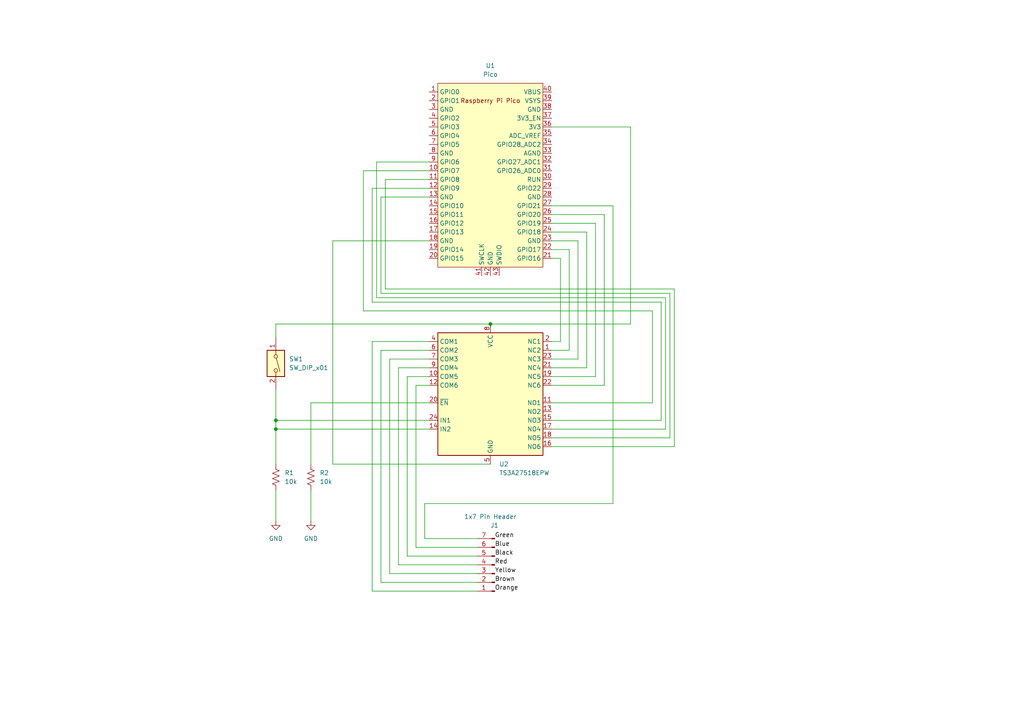
<source format=kicad_sch>
(kicad_sch (version 20211123) (generator eeschema)
  (paper "A4")
  (lib_symbols
    (symbol "Analog_Switch:TS3A27518EPW"
      (property "Reference" "U" (at -13.97 19.05 0))
      (property "Value" "TS3A27518EPW" (at 8.89 19.05 0))
      (symbol "TS3A27518EPW_0_1"
        (rectangle (start 15.24 -17.78) (end -15.24 17.78) (stroke (width 0.254)) (fill (type background)))
      )
      (symbol "TS3A27518EPW_1_1"
        (pin bidirectional line (at 17.78 12.7 180) (length 2.54) (name "NC2") (number "1"))
        (pin bidirectional line (at -17.78 5.08 0) (length 2.54) (name "COM5") (number "10"))
        (pin bidirectional line (at 17.78 -2.54 180) (length 2.54) (name "NO1") (number "11"))
        (pin bidirectional line (at -17.78 2.54 0) (length 2.54) (name "COM6") (number "12"))
        (pin bidirectional line (at 17.78 -5.08 180) (length 2.54) (name "NO2") (number "13"))
        (pin input line (at -17.78 -10.16 0) (length 2.54) (name "IN2") (number "14"))
        (pin bidirectional line (at 17.78 -7.62 180) (length 2.54) (name "NO3") (number "15"))
        (pin bidirectional line (at 17.78 -15.24 180) (length 2.54) (name "NO6") (number "16"))
        (pin bidirectional line (at 17.78 -10.16 180) (length 2.54) (name "NO4") (number "17"))
        (pin bidirectional line (at 17.78 -12.7 180) (length 2.54) (name "NO5") (number "18"))
        (pin bidirectional line (at 17.78 5.08 180) (length 2.54) (name "NC5") (number "19"))
        (pin bidirectional line (at 17.78 15.24 180) (length 2.54) (name "NC1") (number "2"))
        (pin input line (at -17.78 -2.54 0) (length 2.54) (name "~{EN}") (number "20"))
        (pin bidirectional line (at 17.78 7.62 180) (length 2.54) (name "NC4") (number "21"))
        (pin bidirectional line (at 17.78 2.54 180) (length 2.54) (name "NC6") (number "22"))
        (pin bidirectional line (at 17.78 10.16 180) (length 2.54) (name "NC3") (number "23"))
        (pin input line (at -17.78 -7.62 0) (length 2.54) (name "IN1") (number "24"))
        (pin no_connect line (at -15.24 -15.24 0) (length 2.54) hide (name "N.C.") (number "3"))
        (pin bidirectional line (at -17.78 15.24 0) (length 2.54) (name "COM1") (number "4"))
        (pin power_in line (at 0 -20.32 90) (length 2.54) (name "GND") (number "5"))
        (pin bidirectional line (at -17.78 12.7 0) (length 2.54) (name "COM2") (number "6"))
        (pin bidirectional line (at -17.78 10.16 0) (length 2.54) (name "COM3") (number "7"))
        (pin power_in line (at 0 20.32 270) (length 2.54) (name "VCC") (number "8"))
        (pin bidirectional line (at -17.78 7.62 0) (length 2.54) (name "COM4") (number "9"))
      )
    )
    (symbol "Connector:Conn_01x07_Male" (pin_names (offset 1.016) hide)
      (property "Reference" "J" (at 0 10.16 0))
      (property "Value" "Conn_01x07_Male" (at 0 -10.16 0))
      (symbol "Conn_01x07_Male_1_1"
        (polyline (pts (xy 1.27 -7.62) (xy 0.8636 -7.62)) (stroke (width 0.1524)))
        (polyline (pts (xy 1.27 -5.08) (xy 0.8636 -5.08)) (stroke (width 0.1524)))
        (polyline (pts (xy 1.27 -2.54) (xy 0.8636 -2.54)) (stroke (width 0.1524)))
        (polyline (pts (xy 1.27 0) (xy 0.8636 0)) (stroke (width 0.1524)))
        (polyline (pts (xy 1.27 2.54) (xy 0.8636 2.54)) (stroke (width 0.1524)))
        (polyline (pts (xy 1.27 5.08) (xy 0.8636 5.08)) (stroke (width 0.1524)))
        (polyline (pts (xy 1.27 7.62) (xy 0.8636 7.62)) (stroke (width 0.1524)))
        (rectangle (start 0.8636 -7.493) (end 0 -7.747) (stroke (width 0.1524)) (fill (type outline)))
        (rectangle (start 0.8636 -4.953) (end 0 -5.207) (stroke (width 0.1524)) (fill (type outline)))
        (rectangle (start 0.8636 -2.413) (end 0 -2.667) (stroke (width 0.1524)) (fill (type outline)))
        (rectangle (start 0.8636 0.127) (end 0 -0.127) (stroke (width 0.1524)) (fill (type outline)))
        (rectangle (start 0.8636 2.667) (end 0 2.413) (stroke (width 0.1524)) (fill (type outline)))
        (rectangle (start 0.8636 5.207) (end 0 4.953) (stroke (width 0.1524)) (fill (type outline)))
        (rectangle (start 0.8636 7.747) (end 0 7.493) (stroke (width 0.1524)) (fill (type outline)))
        (pin passive line (at 5.08 7.62 180) (length 3.81) (name "Pin_1") (number "1"))
        (pin passive line (at 5.08 5.08 180) (length 3.81) (name "Pin_2") (number "2"))
        (pin passive line (at 5.08 2.54 180) (length 3.81) (name "Pin_3") (number "3"))
        (pin passive line (at 5.08 0 180) (length 3.81) (name "Pin_4") (number "4"))
        (pin passive line (at 5.08 -2.54 180) (length 3.81) (name "Pin_5") (number "5"))
        (pin passive line (at 5.08 -5.08 180) (length 3.81) (name "Pin_6") (number "6"))
        (pin passive line (at 5.08 -7.62 180) (length 3.81) (name "Pin_7") (number "7"))
      )
    )
    (symbol "Device:R_US" (pin_numbers hide) (pin_names (offset 0))
      (property "Reference" "R" (at 2.54 0 90))
      (property "Value" "R_US" (at -2.54 0 90))
      (symbol "R_US_0_1"
        (polyline (pts (xy 0 -2.286) (xy 0 -2.54)))
        (polyline (pts (xy 0 2.286) (xy 0 2.54)))
        (polyline (pts (xy 0 -0.762) (xy 1.016 -1.143) (xy 0 -1.524) (xy -1.016 -1.905) (xy 0 -2.286)))
        (polyline (pts (xy 0 0.762) (xy 1.016 0.381) (xy 0 0) (xy -1.016 -0.381) (xy 0 -0.762)))
        (polyline (pts (xy 0 2.286) (xy 1.016 1.905) (xy 0 1.524) (xy -1.016 1.143) (xy 0 0.762)))
      )
      (symbol "R_US_1_1"
        (pin passive line (at 0 3.81 270) (length 1.27) (name "~") (number "1"))
        (pin passive line (at 0 -3.81 90) (length 1.27) (name "~") (number "2"))
      )
    )
    (symbol "MCU_RaspberryPi_and_Boards:Pico"
      (property "Reference" "U" (at -13.97 27.94 0))
      (property "Value" "Pico" (at 0 19.05 0))
      (symbol "Pico_0_0"
        (text "Raspberry Pi Pico" (at 0 21.59 0) (effects (font (size 1.27 1.27))))
      )
      (symbol "Pico_0_1"
        (rectangle (start -15.24 26.67) (end 15.24 -26.67) (fill (type background)))
      )
      (symbol "Pico_1_1"
        (pin bidirectional line (at -17.78 24.13 0) (length 2.54) (name "GPIO0") (number "1"))
        (pin bidirectional line (at -17.78 1.27 0) (length 2.54) (name "GPIO7") (number "10"))
        (pin bidirectional line (at -17.78 -1.27 0) (length 2.54) (name "GPIO8") (number "11"))
        (pin bidirectional line (at -17.78 -3.81 0) (length 2.54) (name "GPIO9") (number "12"))
        (pin power_in line (at -17.78 -6.35 0) (length 2.54) (name "GND") (number "13"))
        (pin bidirectional line (at -17.78 -8.89 0) (length 2.54) (name "GPIO10") (number "14"))
        (pin bidirectional line (at -17.78 -11.43 0) (length 2.54) (name "GPIO11") (number "15"))
        (pin bidirectional line (at -17.78 -13.97 0) (length 2.54) (name "GPIO12") (number "16"))
        (pin bidirectional line (at -17.78 -16.51 0) (length 2.54) (name "GPIO13") (number "17"))
        (pin power_in line (at -17.78 -19.05 0) (length 2.54) (name "GND") (number "18"))
        (pin bidirectional line (at -17.78 -21.59 0) (length 2.54) (name "GPIO14") (number "19"))
        (pin bidirectional line (at -17.78 21.59 0) (length 2.54) (name "GPIO1") (number "2"))
        (pin bidirectional line (at -17.78 -24.13 0) (length 2.54) (name "GPIO15") (number "20"))
        (pin bidirectional line (at 17.78 -24.13 180) (length 2.54) (name "GPIO16") (number "21"))
        (pin bidirectional line (at 17.78 -21.59 180) (length 2.54) (name "GPIO17") (number "22"))
        (pin power_in line (at 17.78 -19.05 180) (length 2.54) (name "GND") (number "23"))
        (pin bidirectional line (at 17.78 -16.51 180) (length 2.54) (name "GPIO18") (number "24"))
        (pin bidirectional line (at 17.78 -13.97 180) (length 2.54) (name "GPIO19") (number "25"))
        (pin bidirectional line (at 17.78 -11.43 180) (length 2.54) (name "GPIO20") (number "26"))
        (pin bidirectional line (at 17.78 -8.89 180) (length 2.54) (name "GPIO21") (number "27"))
        (pin power_in line (at 17.78 -6.35 180) (length 2.54) (name "GND") (number "28"))
        (pin bidirectional line (at 17.78 -3.81 180) (length 2.54) (name "GPIO22") (number "29"))
        (pin power_in line (at -17.78 19.05 0) (length 2.54) (name "GND") (number "3"))
        (pin input line (at 17.78 -1.27 180) (length 2.54) (name "RUN") (number "30"))
        (pin bidirectional line (at 17.78 1.27 180) (length 2.54) (name "GPIO26_ADC0") (number "31"))
        (pin bidirectional line (at 17.78 3.81 180) (length 2.54) (name "GPIO27_ADC1") (number "32"))
        (pin power_in line (at 17.78 6.35 180) (length 2.54) (name "AGND") (number "33"))
        (pin bidirectional line (at 17.78 8.89 180) (length 2.54) (name "GPIO28_ADC2") (number "34"))
        (pin power_in line (at 17.78 11.43 180) (length 2.54) (name "ADC_VREF") (number "35"))
        (pin power_in line (at 17.78 13.97 180) (length 2.54) (name "3V3") (number "36"))
        (pin input line (at 17.78 16.51 180) (length 2.54) (name "3V3_EN") (number "37"))
        (pin bidirectional line (at 17.78 19.05 180) (length 2.54) (name "GND") (number "38"))
        (pin power_in line (at 17.78 21.59 180) (length 2.54) (name "VSYS") (number "39"))
        (pin bidirectional line (at -17.78 16.51 0) (length 2.54) (name "GPIO2") (number "4"))
        (pin power_in line (at 17.78 24.13 180) (length 2.54) (name "VBUS") (number "40"))
        (pin input line (at -2.54 -29.21 90) (length 2.54) (name "SWCLK") (number "41"))
        (pin power_in line (at 0 -29.21 90) (length 2.54) (name "GND") (number "42"))
        (pin bidirectional line (at 2.54 -29.21 90) (length 2.54) (name "SWDIO") (number "43"))
        (pin bidirectional line (at -17.78 13.97 0) (length 2.54) (name "GPIO3") (number "5"))
        (pin bidirectional line (at -17.78 11.43 0) (length 2.54) (name "GPIO4") (number "6"))
        (pin bidirectional line (at -17.78 8.89 0) (length 2.54) (name "GPIO5") (number "7"))
        (pin power_in line (at -17.78 6.35 0) (length 2.54) (name "GND") (number "8"))
        (pin bidirectional line (at -17.78 3.81 0) (length 2.54) (name "GPIO6") (number "9"))
      )
    )
    (symbol "Switch:SW_DIP_x01" (pin_names (offset 0) hide)
      (property "Reference" "SW" (at 0 3.81 0))
      (property "Value" "SW_DIP_x01" (at 0 -3.81 0))
      (symbol "SW_DIP_x01_0_0"
        (circle (center -2.032 0) (radius 0.508))
        (polyline (pts (xy -1.524 0.127) (xy 2.3622 1.1684)))
        (circle (center 2.032 0) (radius 0.508))
      )
      (symbol "SW_DIP_x01_0_1"
        (rectangle (start -3.81 2.54) (end 3.81 -2.54) (stroke (width 0.254)) (fill (type background)))
      )
      (symbol "SW_DIP_x01_1_1"
        (pin passive line (at -7.62 0 0) (length 5.08) (name "~") (number "1"))
        (pin passive line (at 7.62 0 180) (length 5.08) (name "~") (number "2"))
      )
    )
    (symbol "power:GND" (power) (pin_names (offset 0))
      (property "Value" "GND" (at 0 -3.81 0))
      (symbol "GND_0_1"
        (polyline (pts (xy 0 0) (xy 0 -1.27) (xy 1.27 -1.27) (xy 0 -2.54) (xy -1.27 -1.27) (xy 0 -1.27)))
      )
      (symbol "GND_1_1"
        (pin power_in line (at 0 0 270) (length 0) hide (name "GND") (number "1"))
      )
    )
  )
  (junction (at 80.01 121.92))
  (junction (at 80.01 124.46))
  (junction (at 142.24 93.98))
  (wire (pts (xy 110.49 101.6) (xy 110.49 168.91)))
  (wire (pts (xy 80.01 124.46) (xy 80.01 134.62)))
  (wire (pts (xy 165.1 101.6) (xy 160.02 101.6)))
  (wire (pts (xy 90.17 142.24) (xy 90.17 151.13)))
  (wire (pts (xy 124.46 99.06) (xy 107.95 99.06)))
  (wire (pts (xy 167.64 69.85) (xy 167.64 104.14)))
  (wire (pts (xy 160.02 121.92) (xy 191.77 121.92)))
  (wire (pts (xy 160.02 124.46) (xy 193.04 124.46)))
  (wire (pts (xy 172.72 109.22) (xy 160.02 109.22)))
  (wire (pts (xy 118.11 109.22) (xy 118.11 161.29)))
  (wire (pts (xy 191.77 121.92) (xy 191.77 87.63)))
  (wire (pts (xy 165.1 72.39) (xy 165.1 101.6)))
  (wire (pts (xy 124.46 101.6) (xy 110.49 101.6)))
  (wire (pts (xy 160.02 64.77) (xy 172.72 64.77)))
  (wire (pts (xy 160.02 67.31) (xy 170.18 67.31)))
  (wire (pts (xy 160.02 59.69) (xy 177.8 59.69)))
  (wire (pts (xy 162.56 74.93) (xy 162.56 99.06)))
  (wire (pts (xy 109.22 46.99) (xy 109.22 86.36)))
  (wire (pts (xy 142.24 93.98) (xy 142.24 95.25)))
  (wire (pts (xy 96.52 69.85) (xy 96.52 134.62)))
  (wire (pts (xy 96.52 134.62) (xy 142.24 134.62)))
  (wire (pts (xy 124.46 104.14) (xy 113.03 104.14)))
  (wire (pts (xy 162.56 99.06) (xy 160.02 99.06)))
  (wire (pts (xy 160.02 74.93) (xy 162.56 74.93)))
  (wire (pts (xy 172.72 64.77) (xy 172.72 109.22)))
  (wire (pts (xy 182.88 36.83) (xy 182.88 93.98)))
  (wire (pts (xy 160.02 62.23) (xy 175.26 62.23)))
  (wire (pts (xy 107.95 54.61) (xy 107.95 87.63)))
  (wire (pts (xy 80.01 113.03) (xy 80.01 121.92)))
  (wire (pts (xy 80.01 142.24) (xy 80.01 151.13)))
  (wire (pts (xy 115.57 106.68) (xy 115.57 163.83)))
  (wire (pts (xy 120.65 111.76) (xy 120.65 158.75)))
  (wire (pts (xy 124.46 121.92) (xy 80.01 121.92)))
  (wire (pts (xy 120.65 158.75) (xy 138.43 158.75)))
  (wire (pts (xy 189.23 116.84) (xy 189.23 90.17)))
  (wire (pts (xy 110.49 57.15) (xy 110.49 85.09)))
  (wire (pts (xy 124.46 69.85) (xy 96.52 69.85)))
  (wire (pts (xy 124.46 57.15) (xy 110.49 57.15)))
  (wire (pts (xy 115.57 163.83) (xy 138.43 163.83)))
  (wire (pts (xy 160.02 127) (xy 194.31 127)))
  (wire (pts (xy 80.01 124.46) (xy 80.01 121.92)))
  (wire (pts (xy 113.03 166.37) (xy 138.43 166.37)))
  (wire (pts (xy 175.26 111.76) (xy 160.02 111.76)))
  (wire (pts (xy 142.24 93.98) (xy 80.01 93.98)))
  (wire (pts (xy 167.64 104.14) (xy 160.02 104.14)))
  (wire (pts (xy 113.03 104.14) (xy 113.03 166.37)))
  (wire (pts (xy 90.17 134.62) (xy 90.17 116.84)))
  (wire (pts (xy 124.46 54.61) (xy 107.95 54.61)))
  (wire (pts (xy 110.49 85.09) (xy 194.31 85.09)))
  (wire (pts (xy 170.18 106.68) (xy 160.02 106.68)))
  (wire (pts (xy 195.58 129.54) (xy 195.58 83.82)))
  (wire (pts (xy 105.41 49.53) (xy 105.41 90.17)))
  (wire (pts (xy 110.49 168.91) (xy 138.43 168.91)))
  (wire (pts (xy 160.02 36.83) (xy 182.88 36.83)))
  (wire (pts (xy 124.46 109.22) (xy 118.11 109.22)))
  (wire (pts (xy 123.19 146.05) (xy 123.19 156.21)))
  (wire (pts (xy 193.04 124.46) (xy 193.04 86.36)))
  (wire (pts (xy 118.11 161.29) (xy 138.43 161.29)))
  (wire (pts (xy 111.76 83.82) (xy 195.58 83.82)))
  (wire (pts (xy 124.46 46.99) (xy 109.22 46.99)))
  (wire (pts (xy 160.02 69.85) (xy 167.64 69.85)))
  (wire (pts (xy 80.01 93.98) (xy 80.01 97.79)))
  (wire (pts (xy 124.46 49.53) (xy 105.41 49.53)))
  (wire (pts (xy 177.8 146.05) (xy 123.19 146.05)))
  (wire (pts (xy 124.46 111.76) (xy 120.65 111.76)))
  (wire (pts (xy 124.46 124.46) (xy 80.01 124.46)))
  (wire (pts (xy 123.19 156.21) (xy 138.43 156.21)))
  (wire (pts (xy 124.46 106.68) (xy 115.57 106.68)))
  (wire (pts (xy 160.02 116.84) (xy 189.23 116.84)))
  (wire (pts (xy 160.02 129.54) (xy 195.58 129.54)))
  (wire (pts (xy 175.26 62.23) (xy 175.26 111.76)))
  (wire (pts (xy 160.02 72.39) (xy 165.1 72.39)))
  (wire (pts (xy 90.17 116.84) (xy 124.46 116.84)))
  (wire (pts (xy 194.31 127) (xy 194.31 85.09)))
  (wire (pts (xy 177.8 59.69) (xy 177.8 146.05)))
  (wire (pts (xy 124.46 52.07) (xy 111.76 52.07)))
  (wire (pts (xy 182.88 93.98) (xy 142.24 93.98)))
  (wire (pts (xy 170.18 67.31) (xy 170.18 106.68)))
  (wire (pts (xy 111.76 52.07) (xy 111.76 83.82)))
  (wire (pts (xy 107.95 87.63) (xy 191.77 87.63)))
  (wire (pts (xy 109.22 86.36) (xy 193.04 86.36)))
  (wire (pts (xy 107.95 99.06) (xy 107.95 171.45)))
  (wire (pts (xy 105.41 90.17) (xy 189.23 90.17)))
  (wire (pts (xy 107.95 171.45) (xy 138.43 171.45)))
  (label "Brown" (at 143.51 168.91 0))
  (label "Orange" (at 143.51 171.45 0))
  (label "Yellow" (at 143.51 166.37 0))
  (label "Green" (at 143.51 156.21 0))
  (label "Blue" (at 143.51 158.75 0))
  (label "Red" (at 143.51 163.83 0))
  (label "Black" (at 143.51 161.29 0))
  (symbol (lib_id "Switch:SW_DIP_x01") (at 80.01 105.41 270) (unit 1)
    (property "Reference" "SW1" (at 83.82 104.1399 90) (effects (justify left)))
    (property "Value" "SW_DIP_x01" (at 83.82 106.6799 90) (effects (justify left)))
    (property "Footprint" "Button_Switch_THT:SW_Slide_1P2T_CK_OS102011MS2Q" (effects hide))
  )
  (symbol (lib_id "MCU_RaspberryPi_and_Boards:Pico") (at 142.24 50.8 0) (unit 1)
    (property "Reference" "U1" (at 142.24 19.05 0))
    (property "Value" "Pico" (at 142.24 21.59 0))
    (property "Footprint" "MCU_RaspberryPi_and_Boards:RPi_Pico_SMD_TH" (effects hide))
  )
  (symbol (lib_id "power:GND") (at 80.01 151.13 0) (unit 1)
    (property "Reference" "#PWR0101" (effects hide))
    (property "Value" "GND" (at 80.01 156.21 0))
  )
  (symbol (lib_id "Device:R_US") (at 80.01 138.43 0) (unit 1)
    (property "Reference" "R1" (at 82.55 137.1599 0) (effects (justify left)))
    (property "Value" "10k" (at 82.55 139.6999 0) (effects (justify left)))
    (property "Footprint" "Resistor_SMD:R_0805_2012Metric_Pad1.20x1.40mm_HandSolder" (effects hide))
  )
  (symbol (lib_id "Connector:Conn_01x07_Male") (at 143.51 163.83 180) (unit 1)
    (property "Reference" "J1" (at 142.24 152.4 0) (effects (justify right)))
    (property "Value" "1x7 Pin Header" (at 134.62 149.86 0) (effects (justify right)))
    (property "Footprint" "Connector_PinHeader_2.54mm:PinHeader_1x07_P2.54mm_Horizontal" (effects hide))
  )
  (symbol (lib_id "power:GND") (at 90.17 151.13 0) (unit 1)
    (property "Reference" "#PWR0102" (effects hide))
    (property "Value" "GND" (at 90.17 156.21 0))
  )
  (symbol (lib_id "Analog_Switch:TS3A27518EPW") (at 142.24 114.3 0) (unit 1)
    (property "Reference" "U2" (at 144.78 134.62 0) (effects (justify left)))
    (property "Value" "TS3A27518EPW" (at 144.78 137.16 0) (effects (justify left)))
    (property "Footprint" "Package_SO:TSSOP-24_4.4x7.8mm_P0.65mm" (effects hide))
    (property "Datasheet" "http://www.ti.com/lit/ds/symlink/ts3a27518e.pdf" (effects hide))
  )
  (symbol (lib_id "Device:R_US") (at 90.17 138.43 0) (unit 1)
    (property "Reference" "R2" (at 92.71 137.1599 0) (effects (justify left)))
    (property "Value" "10k" (at 92.71 139.6999 0) (effects (justify left)))
    (property "Footprint" "Resistor_SMD:R_0805_2012Metric_Pad1.20x1.40mm_HandSolder" (effects hide))
  )
)
</source>
